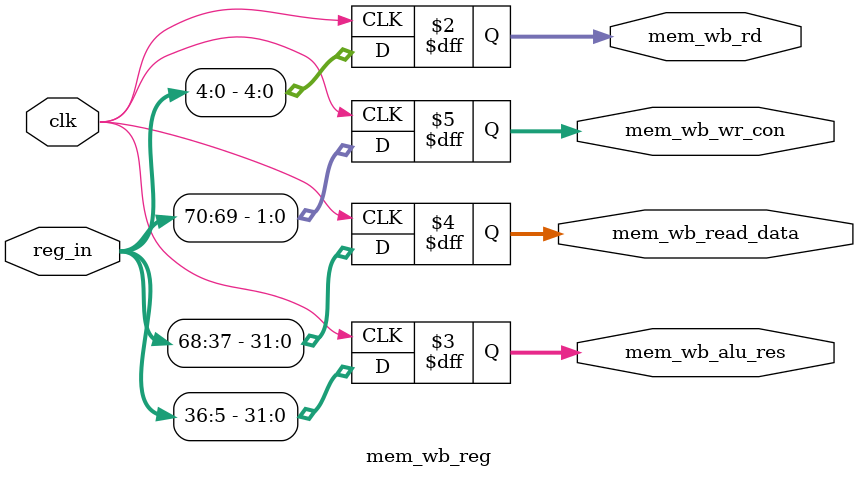
<source format=v>
module mem_wb_reg(input [70:0] reg_in,
				  input clk,
				  output reg [4:0] mem_wb_rd,
				  output reg [31:0] mem_wb_alu_res,
				  output reg [31:0] mem_wb_read_data,
				  output reg [1:0] mem_wb_wr_con);
						
	always @ (posedge clk) begin
	
		mem_wb_wr_con <= reg_in[70:69]; // 2 bits
		mem_wb_read_data <= reg_in[68:37]; // 32 bits
		mem_wb_alu_res <= reg_in[36:5]; // 32 bits
		mem_wb_rd <= reg_in[4:0]; // 5 bits
	
	end
						
endmodule
</source>
